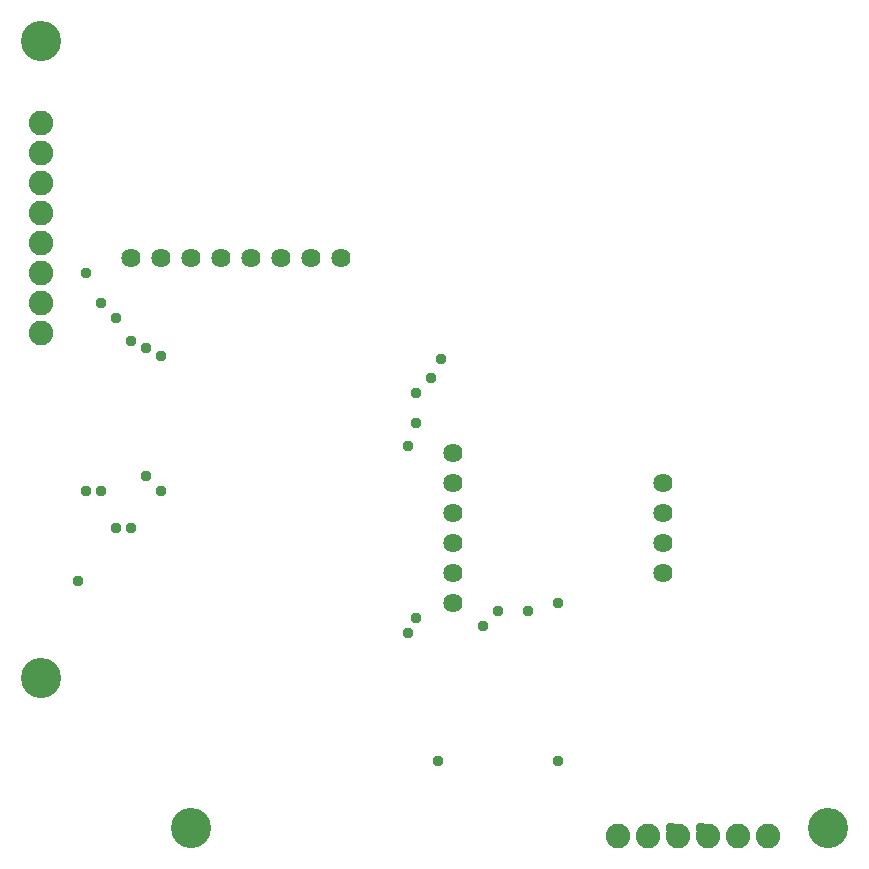
<source format=gbs>
G04 EAGLE Gerber RS-274X export*
G75*
%MOMM*%
%FSLAX34Y34*%
%LPD*%
%INBottom Solder Mask*%
%IPPOS*%
%AMOC8*
5,1,8,0,0,1.08239X$1,22.5*%
G01*
%ADD10C,1.625600*%
%ADD11C,3.403200*%
%ADD12C,2.082800*%
%ADD13C,0.959600*%


D10*
X108572Y521081D03*
X133972Y521081D03*
X159372Y521081D03*
X184772Y521081D03*
X210172Y521081D03*
X235572Y521081D03*
X260972Y521081D03*
X286372Y521081D03*
X381622Y355981D03*
X381622Y330581D03*
X381622Y305181D03*
X381622Y279781D03*
X381622Y254381D03*
X381622Y228981D03*
X559422Y254381D03*
X559422Y279781D03*
X559422Y305181D03*
X559422Y330581D03*
D11*
X32372Y705231D03*
X32372Y165481D03*
X159372Y38481D03*
X699122Y38481D03*
D12*
X32372Y457581D03*
X32372Y482981D03*
X32372Y508381D03*
X32372Y533781D03*
X32372Y559181D03*
X32372Y584581D03*
X32372Y609981D03*
X32372Y635381D03*
X521322Y32131D03*
X546722Y32131D03*
X572122Y32131D03*
X597522Y32131D03*
X622922Y32131D03*
X648322Y32131D03*
D13*
X349872Y216281D03*
X349646Y381381D03*
X121272Y444881D03*
X121272Y336931D03*
X64122Y248031D03*
X368922Y95631D03*
X470522Y95631D03*
X343522Y203581D03*
X343070Y362331D03*
X133972Y438531D03*
X133972Y324231D03*
X70472Y508381D03*
X70472Y324231D03*
X83172Y482981D03*
X83172Y324231D03*
X371462Y435991D03*
X95872Y292481D03*
X95872Y470281D03*
X362572Y419481D03*
X108572Y451231D03*
X108572Y292481D03*
X349872Y406781D03*
X407022Y209931D03*
X565772Y38481D03*
X419722Y222631D03*
X591172Y38481D03*
X445122Y222631D03*
X470522Y228981D03*
M02*

</source>
